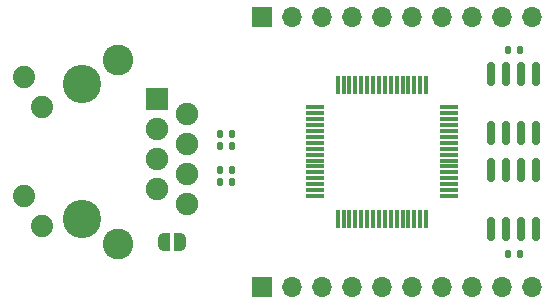
<source format=gbr>
%TF.GenerationSoftware,KiCad,Pcbnew,8.0.2-8.0.2-0~ubuntu22.04.1*%
%TF.CreationDate,2024-05-07T00:28:05+09:00*%
%TF.ProjectId,CANgatewayE,43414e67-6174-4657-9761-79452e6b6963,rev?*%
%TF.SameCoordinates,Original*%
%TF.FileFunction,Soldermask,Bot*%
%TF.FilePolarity,Negative*%
%FSLAX46Y46*%
G04 Gerber Fmt 4.6, Leading zero omitted, Abs format (unit mm)*
G04 Created by KiCad (PCBNEW 8.0.2-8.0.2-0~ubuntu22.04.1) date 2024-05-07 00:28:05*
%MOMM*%
%LPD*%
G01*
G04 APERTURE LIST*
G04 Aperture macros list*
%AMRoundRect*
0 Rectangle with rounded corners*
0 $1 Rounding radius*
0 $2 $3 $4 $5 $6 $7 $8 $9 X,Y pos of 4 corners*
0 Add a 4 corners polygon primitive as box body*
4,1,4,$2,$3,$4,$5,$6,$7,$8,$9,$2,$3,0*
0 Add four circle primitives for the rounded corners*
1,1,$1+$1,$2,$3*
1,1,$1+$1,$4,$5*
1,1,$1+$1,$6,$7*
1,1,$1+$1,$8,$9*
0 Add four rect primitives between the rounded corners*
20,1,$1+$1,$2,$3,$4,$5,0*
20,1,$1+$1,$4,$5,$6,$7,0*
20,1,$1+$1,$6,$7,$8,$9,0*
20,1,$1+$1,$8,$9,$2,$3,0*%
%AMFreePoly0*
4,1,19,0.500000,-0.750000,0.000000,-0.750000,0.000000,-0.744911,-0.071157,-0.744911,-0.207708,-0.704816,-0.327430,-0.627875,-0.420627,-0.520320,-0.479746,-0.390866,-0.500000,-0.250000,-0.500000,0.250000,-0.479746,0.390866,-0.420627,0.520320,-0.327430,0.627875,-0.207708,0.704816,-0.071157,0.744911,0.000000,0.744911,0.000000,0.750000,0.500000,0.750000,0.500000,-0.750000,0.500000,-0.750000,
$1*%
%AMFreePoly1*
4,1,19,0.000000,0.744911,0.071157,0.744911,0.207708,0.704816,0.327430,0.627875,0.420627,0.520320,0.479746,0.390866,0.500000,0.250000,0.500000,-0.250000,0.479746,-0.390866,0.420627,-0.520320,0.327430,-0.627875,0.207708,-0.704816,0.071157,-0.744911,0.000000,-0.744911,0.000000,-0.750000,-0.500000,-0.750000,-0.500000,0.750000,0.000000,0.750000,0.000000,0.744911,0.000000,0.744911,
$1*%
G04 Aperture macros list end*
%ADD10C,3.250000*%
%ADD11C,1.890000*%
%ADD12R,1.900000X1.900000*%
%ADD13C,1.900000*%
%ADD14C,2.600000*%
%ADD15R,1.700000X1.700000*%
%ADD16O,1.700000X1.700000*%
%ADD17RoundRect,0.150000X-0.150000X0.825000X-0.150000X-0.825000X0.150000X-0.825000X0.150000X0.825000X0*%
%ADD18RoundRect,0.150000X0.150000X-0.825000X0.150000X0.825000X-0.150000X0.825000X-0.150000X-0.825000X0*%
%ADD19RoundRect,0.135000X-0.135000X-0.185000X0.135000X-0.185000X0.135000X0.185000X-0.135000X0.185000X0*%
%ADD20FreePoly0,0.000000*%
%ADD21FreePoly1,0.000000*%
%ADD22RoundRect,0.075000X0.075000X-0.700000X0.075000X0.700000X-0.075000X0.700000X-0.075000X-0.700000X0*%
%ADD23RoundRect,0.075000X0.700000X-0.075000X0.700000X0.075000X-0.700000X0.075000X-0.700000X-0.075000X0*%
G04 APERTURE END LIST*
D10*
%TO.C,J1*%
X10190000Y18415000D03*
X10190000Y6985000D03*
D11*
X6810000Y6375000D03*
X5290000Y8915000D03*
X6810000Y16485000D03*
X5290000Y19025000D03*
D12*
X16530000Y17145000D03*
D13*
X19070000Y15875000D03*
X16530000Y14605000D03*
X19070000Y13335000D03*
X16530000Y12065000D03*
X19070000Y10795000D03*
X16530000Y9525000D03*
X19070000Y8255000D03*
D14*
X13240000Y20475000D03*
X13240000Y4925000D03*
%TD*%
D15*
%TO.C,J3*%
X25400000Y1270000D03*
D16*
X27940000Y1270000D03*
X30480000Y1270000D03*
X33020000Y1270000D03*
X35560000Y1270000D03*
X38100000Y1270000D03*
X40640000Y1270000D03*
X43180000Y1270000D03*
X45720000Y1270000D03*
X48260000Y1270000D03*
%TD*%
D17*
%TO.C,U4*%
X44831000Y11111000D03*
X46101000Y11111000D03*
X47371000Y11111000D03*
X48641000Y11111000D03*
X48641000Y6161000D03*
X47371000Y6161000D03*
X46101000Y6161000D03*
X44831000Y6161000D03*
%TD*%
D18*
%TO.C,U3*%
X48641000Y14289000D03*
X47371000Y14289000D03*
X46101000Y14289000D03*
X44831000Y14289000D03*
X44831000Y19239000D03*
X46101000Y19239000D03*
X47371000Y19239000D03*
X48641000Y19239000D03*
%TD*%
D19*
%TO.C,R12*%
X21842000Y13208000D03*
X22862000Y13208000D03*
%TD*%
D20*
%TO.C,JP1*%
X17130000Y5080000D03*
D21*
X18430000Y5080000D03*
%TD*%
D19*
%TO.C,R20*%
X46226000Y4064000D03*
X47246000Y4064000D03*
%TD*%
%TO.C,R13*%
X21842000Y14224000D03*
X22862000Y14224000D03*
%TD*%
%TO.C,R19*%
X46226000Y21336000D03*
X47246000Y21336000D03*
%TD*%
D22*
%TO.C,U1*%
X39310000Y7025000D03*
X38810000Y7025000D03*
X38310000Y7025000D03*
X37810000Y7025000D03*
X37310000Y7025000D03*
X36810000Y7025000D03*
X36310000Y7025000D03*
X35810000Y7025000D03*
X35310000Y7025000D03*
X34810000Y7025000D03*
X34310000Y7025000D03*
X33810000Y7025000D03*
X33310000Y7025000D03*
X32810000Y7025000D03*
X32310000Y7025000D03*
X31810000Y7025000D03*
D23*
X29885000Y8950000D03*
X29885000Y9450000D03*
X29885000Y9950000D03*
X29885000Y10450000D03*
X29885000Y10950000D03*
X29885000Y11450000D03*
X29885000Y11950000D03*
X29885000Y12450000D03*
X29885000Y12950000D03*
X29885000Y13450000D03*
X29885000Y13950000D03*
X29885000Y14450000D03*
X29885000Y14950000D03*
X29885000Y15450000D03*
X29885000Y15950000D03*
X29885000Y16450000D03*
D22*
X31810000Y18375000D03*
X32310000Y18375000D03*
X32810000Y18375000D03*
X33310000Y18375000D03*
X33810000Y18375000D03*
X34310000Y18375000D03*
X34810000Y18375000D03*
X35310000Y18375000D03*
X35810000Y18375000D03*
X36310000Y18375000D03*
X36810000Y18375000D03*
X37310000Y18375000D03*
X37810000Y18375000D03*
X38310000Y18375000D03*
X38810000Y18375000D03*
X39310000Y18375000D03*
D23*
X41235000Y16450000D03*
X41235000Y15950000D03*
X41235000Y15450000D03*
X41235000Y14950000D03*
X41235000Y14450000D03*
X41235000Y13950000D03*
X41235000Y13450000D03*
X41235000Y12950000D03*
X41235000Y12450000D03*
X41235000Y11950000D03*
X41235000Y11450000D03*
X41235000Y10950000D03*
X41235000Y10450000D03*
X41235000Y9950000D03*
X41235000Y9450000D03*
X41235000Y8950000D03*
%TD*%
D19*
%TO.C,R14*%
X21842000Y10160000D03*
X22862000Y10160000D03*
%TD*%
D15*
%TO.C,J4*%
X25400000Y24130000D03*
D16*
X27940000Y24130000D03*
X30480000Y24130000D03*
X33020000Y24130000D03*
X35560000Y24130000D03*
X38100000Y24130000D03*
X40640000Y24130000D03*
X43180000Y24130000D03*
X45720000Y24130000D03*
X48260000Y24130000D03*
%TD*%
D19*
%TO.C,R15*%
X21842000Y11176000D03*
X22862000Y11176000D03*
%TD*%
M02*

</source>
